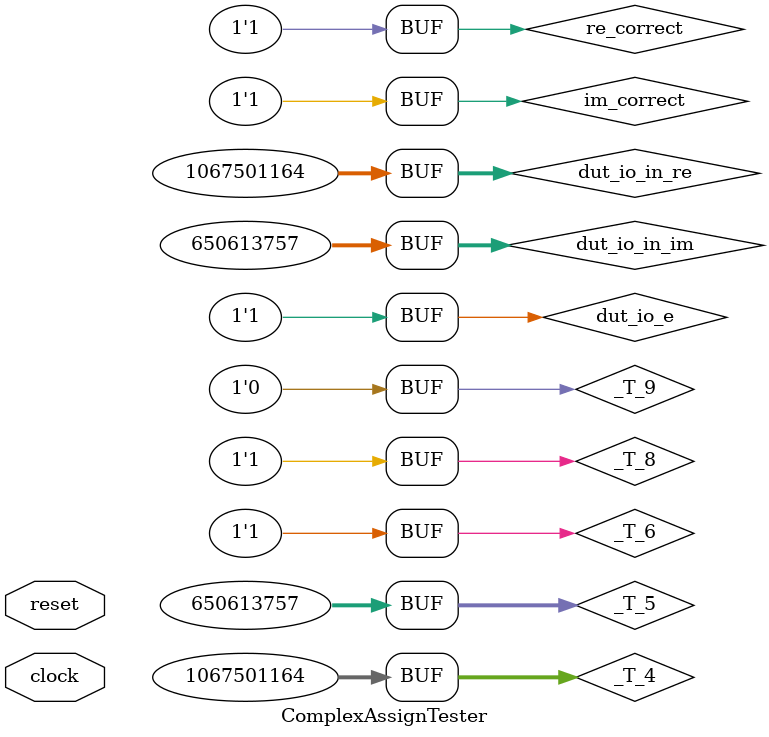
<source format=v>
module ComplexAssign(
  input         io_e,
  input  [31:0] io_in_re,
  input  [31:0] io_in_im
);
  initial begin end
endmodule
module ComplexAssignTester(
  input   clock,
  input   reset
);
  wire  dut_io_e; // @[ComplexAssign.scala 34:19]
  wire [31:0] dut_io_in_re; // @[ComplexAssign.scala 34:19]
  wire [31:0] dut_io_in_im; // @[ComplexAssign.scala 34:19]
  reg  value; // @[Counter.scala 29:33]
  reg [31:0] _RAND_0;
  wire  _T_2; // @[Counter.scala 38:22]
  wire [31:0] _T_4; // @[ComplexAssign.scala 38:41]
  wire  re_correct; // @[ComplexAssign.scala 38:34]
  wire [31:0] _T_5; // @[ComplexAssign.scala 39:41]
  wire  im_correct; // @[ComplexAssign.scala 39:34]
  wire  _T_6; // @[ComplexAssign.scala 40:21]
  wire  _T_8; // @[ComplexAssign.scala 40:9]
  wire  _T_9; // @[ComplexAssign.scala 40:9]
  wire  _T_11; // @[ComplexAssign.scala 42:9]
  ComplexAssign dut ( // @[ComplexAssign.scala 34:19]
    .io_e(dut_io_e),
    .io_in_re(dut_io_in_re),
    .io_in_im(dut_io_in_im)
  );
  assign _T_2 = value + 1'h1; // @[Counter.scala 38:22]
  assign _T_4 = dut_io_e ? dut_io_in_re : 32'h0; // @[ComplexAssign.scala 38:41]
  assign re_correct = 32'h3fa0c66c == _T_4; // @[ComplexAssign.scala 38:34]
  assign _T_5 = dut_io_e ? dut_io_in_im : 32'h0; // @[ComplexAssign.scala 39:41]
  assign im_correct = 32'h26c793fd == _T_5; // @[ComplexAssign.scala 39:34]
  assign _T_6 = re_correct & im_correct; // @[ComplexAssign.scala 40:21]
  assign _T_8 = _T_6 | reset; // @[ComplexAssign.scala 40:9]
  assign _T_9 = _T_8 == 1'h0; // @[ComplexAssign.scala 40:9]
  assign _T_11 = reset == 1'h0; // @[ComplexAssign.scala 42:9]
  assign dut_io_e = 1'h1; // @[ComplexAssign.scala 37:12]
  assign dut_io_in_re = 32'h3fa0c66c; // @[ComplexAssign.scala 35:16]
  assign dut_io_in_im = 32'h26c793fd; // @[ComplexAssign.scala 36:16]
`ifdef RANDOMIZE_GARBAGE_ASSIGN
`define RANDOMIZE
`endif
`ifdef RANDOMIZE_INVALID_ASSIGN
`define RANDOMIZE
`endif
`ifdef RANDOMIZE_REG_INIT
`define RANDOMIZE
`endif
`ifdef RANDOMIZE_MEM_INIT
`define RANDOMIZE
`endif
`ifndef RANDOM
`define RANDOM $random
`endif
`ifdef RANDOMIZE_MEM_INIT
  integer initvar;
`endif
initial begin
  `ifdef RANDOMIZE
    `ifdef INIT_RANDOM
      `INIT_RANDOM
    `endif
    `ifndef VERILATOR
      `ifdef RANDOMIZE_DELAY
        #`RANDOMIZE_DELAY begin end
      `else
        #0.002 begin end
      `endif
    `endif
  `ifdef RANDOMIZE_REG_INIT
  _RAND_0 = {1{`RANDOM}};
  value = _RAND_0[0:0];
  `endif // RANDOMIZE_REG_INIT
  `endif // RANDOMIZE
end
  always @(posedge clock) begin
    if (reset) begin
      value <= 1'h0;
    end else begin
      value <= _T_2;
    end
    `ifndef SYNTHESIS
    `ifdef PRINTF_COND
      if (`PRINTF_COND) begin
    `endif
        if (_T_9) begin
          $fwrite(32'h80000002,"Assertion failed\n    at ComplexAssign.scala:40 assert(re_correct && im_correct)\n"); // @[ComplexAssign.scala 40:9]
        end
    `ifdef PRINTF_COND
      end
    `endif
    `endif // SYNTHESIS
    `ifndef SYNTHESIS
    `ifdef STOP_COND
      if (`STOP_COND) begin
    `endif
        if (_T_9) begin
          $fatal; // @[ComplexAssign.scala 40:9]
        end
    `ifdef STOP_COND
      end
    `endif
    `endif // SYNTHESIS
    `ifndef SYNTHESIS
    `ifdef STOP_COND
      if (`STOP_COND) begin
    `endif
        if (value & _T_11) begin
          $finish; // @[ComplexAssign.scala 42:9]
        end
    `ifdef STOP_COND
      end
    `endif
    `endif // SYNTHESIS
  end
endmodule

</source>
